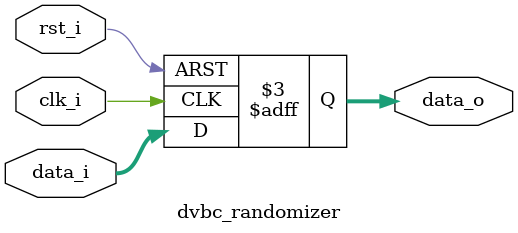
<source format=v>
/**
 * \file      dvbc_randomizer
 *
 * \project   dvbc
 *
 * \langv     Verilog-2005
 *
 * \brief     Randomizer to perform energy dispersal.
 *
 * \details   Randomizer to perform energy dispersal and sync byte inversion
 *            according to ETSI EN 300429.
 *            The randomizer uses a LSFR and the polynomial x^15+x^14+1.
 *
 * \bug       -
 *
 * \see       ETSI EN 300429
 *
 * \copyright GPLv2
 *
 * Revision history:
 *
 * \version   0.1
 * \date      2015-06-05
 * \author    Andreas Mueller
**/

module dvbc_randomizer
#(
    parameter PARAM1 = 0,
    parameter PARAM2 = 8
)
(
    input wire clk_i,
    input wire rst_i,
    input wire[PARAM2-1:0] data_i,
    output reg[PARAM2-1:0] data_o
);

/*
 * Purpose of the following always block.
**/
always@(posedge clk_i or posedge rst_i)
begin
    if (rst_i == 1'b1)
        data_o <= 'b0;
    else
        data_o <= data_i;
end

endmodule

</source>
